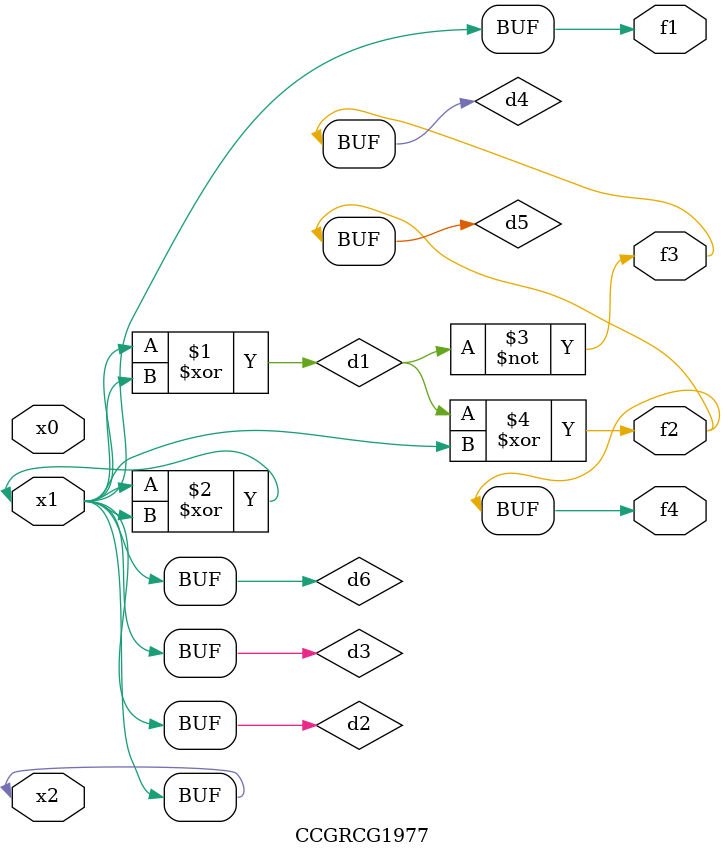
<source format=v>
module CCGRCG1977(
	input x0, x1, x2,
	output f1, f2, f3, f4
);

	wire d1, d2, d3, d4, d5, d6;

	xor (d1, x1, x2);
	buf (d2, x1, x2);
	xor (d3, x1, x2);
	nor (d4, d1);
	xor (d5, d1, d2);
	buf (d6, d2, d3);
	assign f1 = d6;
	assign f2 = d5;
	assign f3 = d4;
	assign f4 = d5;
endmodule

</source>
